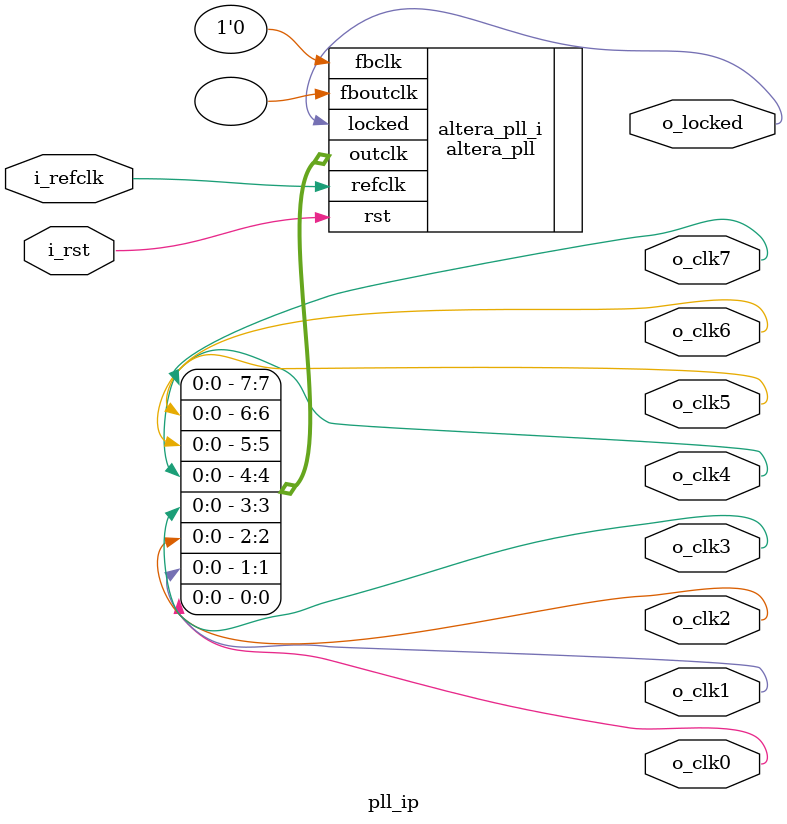
<source format=v>


`timescale 1ns/10ps
module pll_ip(
  input wire i_rst,
  input wire i_refclk,
  output wire o_locked,
  output wire o_clk0,
  output wire o_clk1,
  output wire o_clk2,
  output wire o_clk3,
  output wire o_clk4,
  output wire o_clk5,
  output wire o_clk6,
  output wire o_clk7
);

  parameter REFERENCE_CLOCK_FREQUENCY = "100.0 MHz";
  parameter NUMBER_OF_CLOCKS = 1;
  parameter OUTPUT_CLOCK_FREQUENCY0 = "100.0 MHz";
  parameter PHASE_SHIFT0 = "0 ps";
  parameter DUTY_CYCLE0 = 50;
  parameter OUTPUT_CLOCK_FREQUENCY1 = "0 MHz";
  parameter PHASE_SHIFT1 = "0 ps";
  parameter DUTY_CYCLE1 = 50;
  parameter OUTPUT_CLOCK_FREQUENCY2 = "0 MHz";
  parameter PHASE_SHIFT2 = "0 ps";
  parameter DUTY_CYCLE2 = 50;
  parameter OUTPUT_CLOCK_FREQUENCY3 = "0 MHz";
  parameter PHASE_SHIFT3 = "0 ps";
  parameter DUTY_CYCLE3 = 50;
  parameter OUTPUT_CLOCK_FREQUENCY4 = "0 MHz";
  parameter PHASE_SHIFT4 = "0 ps";
  parameter DUTY_CYCLE4 = 50;
  parameter OUTPUT_CLOCK_FREQUENCY5 = "0 MHz";
  parameter PHASE_SHIFT5 = "0 ps";
  parameter DUTY_CYCLE5 = 50;
  parameter OUTPUT_CLOCK_FREQUENCY6 = "0 MHz";
  parameter PHASE_SHIFT6 = "0 ps";
  parameter DUTY_CYCLE6 = 50;
  parameter OUTPUT_CLOCK_FREQUENCY7 = "0 MHz";
  parameter PHASE_SHIFT7 = "0 ps";
  parameter DUTY_CYCLE7 = 50;

  altera_pll #(
    .fractional_vco_multiplier("false"),
    .reference_clock_frequency(REFERENCE_CLOCK_FREQUENCY),
    .operation_mode("direct"),
    .number_of_clocks(NUMBER_OF_CLOCKS),
    .output_clock_frequency0(OUTPUT_CLOCK_FREQUENCY0),
    .phase_shift0(PHASE_SHIFT0),
    .duty_cycle0(DUTY_CYCLE0),
    .output_clock_frequency1(OUTPUT_CLOCK_FREQUENCY1),
    .phase_shift1(PHASE_SHIFT1),
    .duty_cycle1(DUTY_CYCLE1),
    .output_clock_frequency2(OUTPUT_CLOCK_FREQUENCY2),
    .phase_shift2(PHASE_SHIFT2),
    .duty_cycle2(DUTY_CYCLE2),
    .output_clock_frequency3(OUTPUT_CLOCK_FREQUENCY3),
    .phase_shift3(PHASE_SHIFT3),
    .duty_cycle3(DUTY_CYCLE3),
    .output_clock_frequency4(OUTPUT_CLOCK_FREQUENCY4),
    .phase_shift4(PHASE_SHIFT4),
    .duty_cycle4(DUTY_CYCLE4),
    .output_clock_frequency5(OUTPUT_CLOCK_FREQUENCY5),
    .phase_shift5(PHASE_SHIFT5),
    .duty_cycle5(DUTY_CYCLE5),
    .output_clock_frequency6(OUTPUT_CLOCK_FREQUENCY6),
    .phase_shift6(PHASE_SHIFT6),
    .duty_cycle6(DUTY_CYCLE6),
    .output_clock_frequency7(OUTPUT_CLOCK_FREQUENCY7),
    .phase_shift7(PHASE_SHIFT7),
    .duty_cycle7(DUTY_CYCLE7),
    .output_clock_frequency8("0 MHz"),
    .phase_shift8("0 ps"),
    .duty_cycle8(50),
    .output_clock_frequency9("0 MHz"),
    .phase_shift9("0 ps"),
    .duty_cycle9(50),
    .output_clock_frequency10("0 MHz"),
    .phase_shift10("0 ps"),
    .duty_cycle10(50),
    .output_clock_frequency11("0 MHz"),
    .phase_shift11("0 ps"),
    .duty_cycle11(50),
    .output_clock_frequency12("0 MHz"),
    .phase_shift12("0 ps"),
    .duty_cycle12(50),
    .output_clock_frequency13("0 MHz"),
    .phase_shift13("0 ps"),
    .duty_cycle13(50),
    .output_clock_frequency14("0 MHz"),
    .phase_shift14("0 ps"),
    .duty_cycle14(50),
    .output_clock_frequency15("0 MHz"),
    .phase_shift15("0 ps"),
    .duty_cycle15(50),
    .output_clock_frequency16("0 MHz"),
    .phase_shift16("0 ps"),
    .duty_cycle16(50),
    .output_clock_frequency17("0 MHz"),
    .phase_shift17("0 ps"),
    .duty_cycle17(50),
    .pll_type("General"),
    .pll_subtype("General")
  ) altera_pll_i (
    .rst(i_rst),
    .outclk({o_clk7, o_clk6, o_clk5, o_clk4, o_clk3, o_clk2, o_clk1, o_clk0}),
    .locked(o_locked),
    .fboutclk( ),
    .fbclk(1'b0),
    .refclk(i_refclk)
  );
endmodule


</source>
